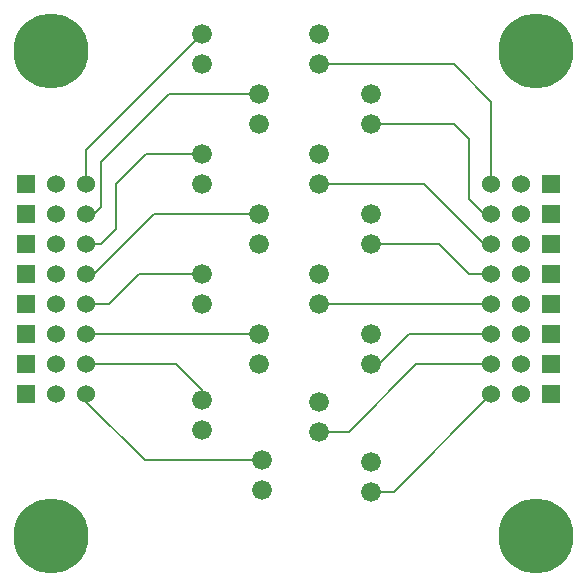
<source format=gbl>
G04 (created by PCBNEW (2013-04-19 BZR 4011)-stable) date 01/07/2014 10:59:58*
%MOIN*%
G04 Gerber Fmt 3.4, Leading zero omitted, Abs format*
%FSLAX34Y34*%
G01*
G70*
G90*
G04 APERTURE LIST*
%ADD10C,0*%
%ADD11C,0.066*%
%ADD12C,0.25*%
%ADD13R,0.06X0.06*%
%ADD14C,0.06*%
%ADD15C,0.008*%
G04 APERTURE END LIST*
G54D10*
G54D11*
X67600Y-45700D03*
X67600Y-44700D03*
X71500Y-41500D03*
X71500Y-40500D03*
X73250Y-43500D03*
X73250Y-42500D03*
X71500Y-45750D03*
X71500Y-44750D03*
X73250Y-47750D03*
X73250Y-46750D03*
X69600Y-47700D03*
X69600Y-46700D03*
X69500Y-43500D03*
X69500Y-42500D03*
X67600Y-41500D03*
X67600Y-40500D03*
X69500Y-39500D03*
X69500Y-38500D03*
X67600Y-37500D03*
X67600Y-36500D03*
X69500Y-35500D03*
X69500Y-34500D03*
X67600Y-33500D03*
X67600Y-32500D03*
X71500Y-33500D03*
X71500Y-32500D03*
X73250Y-39500D03*
X73250Y-38500D03*
X71500Y-37500D03*
X71500Y-36500D03*
X73250Y-35500D03*
X73250Y-34500D03*
G54D12*
X78740Y-49212D03*
X62598Y-49212D03*
X78740Y-33070D03*
X62598Y-33070D03*
G54D13*
X61750Y-38500D03*
G54D14*
X62750Y-38500D03*
X63750Y-38500D03*
G54D13*
X79250Y-37500D03*
G54D14*
X78250Y-37500D03*
X77250Y-37500D03*
G54D13*
X79250Y-39500D03*
G54D14*
X78250Y-39500D03*
X77250Y-39500D03*
G54D13*
X79250Y-41500D03*
G54D14*
X78250Y-41500D03*
X77250Y-41500D03*
G54D13*
X79250Y-43500D03*
G54D14*
X78250Y-43500D03*
X77250Y-43500D03*
G54D13*
X61750Y-44500D03*
G54D14*
X62750Y-44500D03*
X63750Y-44500D03*
G54D13*
X61750Y-42500D03*
G54D14*
X62750Y-42500D03*
X63750Y-42500D03*
G54D13*
X61750Y-40500D03*
G54D14*
X62750Y-40500D03*
X63750Y-40500D03*
G54D13*
X61750Y-37500D03*
G54D14*
X62750Y-37500D03*
X63750Y-37500D03*
G54D13*
X79250Y-38500D03*
G54D14*
X78250Y-38500D03*
X77250Y-38500D03*
G54D13*
X79250Y-40500D03*
G54D14*
X78250Y-40500D03*
X77250Y-40500D03*
G54D13*
X79250Y-42500D03*
G54D14*
X78250Y-42500D03*
X77250Y-42500D03*
G54D13*
X79250Y-44500D03*
G54D14*
X78250Y-44500D03*
X77250Y-44500D03*
G54D13*
X61750Y-43500D03*
G54D14*
X62750Y-43500D03*
X63750Y-43500D03*
G54D13*
X61750Y-41500D03*
G54D14*
X62750Y-41500D03*
X63750Y-41500D03*
G54D13*
X61750Y-39500D03*
G54D14*
X62750Y-39500D03*
X63750Y-39500D03*
G54D15*
X63750Y-44500D02*
X63750Y-44750D01*
X65700Y-46700D02*
X69600Y-46700D01*
X63750Y-44750D02*
X65700Y-46700D01*
X71500Y-41500D02*
X77250Y-41500D01*
X73250Y-47750D02*
X74000Y-47750D01*
X74000Y-47750D02*
X77250Y-44500D01*
X77250Y-38500D02*
X77000Y-38500D01*
X76000Y-35500D02*
X73250Y-35500D01*
X76500Y-36000D02*
X76000Y-35500D01*
X76500Y-38000D02*
X76500Y-36000D01*
X77000Y-38500D02*
X76500Y-38000D01*
X77250Y-37500D02*
X77250Y-34750D01*
X76000Y-33500D02*
X71500Y-33500D01*
X77250Y-34750D02*
X76000Y-33500D01*
X77250Y-40500D02*
X76500Y-40500D01*
X75500Y-39500D02*
X73250Y-39500D01*
X76500Y-40500D02*
X75500Y-39500D01*
X77250Y-39500D02*
X77000Y-39500D01*
X75000Y-37500D02*
X71500Y-37500D01*
X77000Y-39500D02*
X75000Y-37500D01*
X63750Y-38500D02*
X64000Y-38500D01*
X66500Y-34500D02*
X69500Y-34500D01*
X64250Y-36750D02*
X66500Y-34500D01*
X64250Y-38250D02*
X64250Y-36750D01*
X64000Y-38500D02*
X64250Y-38250D01*
X71500Y-45750D02*
X72500Y-45750D01*
X74750Y-43500D02*
X77250Y-43500D01*
X72500Y-45750D02*
X74750Y-43500D01*
X63750Y-39500D02*
X64250Y-39500D01*
X65750Y-36500D02*
X67600Y-36500D01*
X64750Y-37500D02*
X65750Y-36500D01*
X64750Y-39000D02*
X64750Y-37500D01*
X64250Y-39500D02*
X64750Y-39000D01*
X63750Y-37500D02*
X63750Y-36350D01*
X63750Y-36350D02*
X67600Y-32500D01*
X63750Y-42500D02*
X69500Y-42500D01*
X63750Y-43500D02*
X66750Y-43500D01*
X67600Y-44350D02*
X67600Y-44700D01*
X66750Y-43500D02*
X67600Y-44350D01*
X63750Y-40500D02*
X64000Y-40500D01*
X66000Y-38500D02*
X69500Y-38500D01*
X64000Y-40500D02*
X66000Y-38500D01*
X63750Y-41500D02*
X64500Y-41500D01*
X65500Y-40500D02*
X67600Y-40500D01*
X64500Y-41500D02*
X65500Y-40500D01*
X73250Y-43500D02*
X73500Y-43500D01*
X74500Y-42500D02*
X77250Y-42500D01*
X73500Y-43500D02*
X74500Y-42500D01*
M02*

</source>
